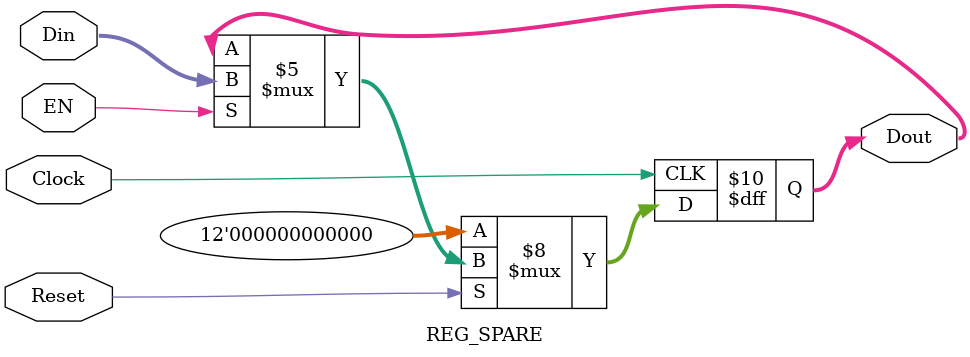
<source format=v>
`timescale	1ns/1ps

module	REG_SPARE(Dout, Din, EN, Clock, Reset)	;

output	[11:0]	Dout	;
reg	[11:0]	Dout	;

input	[11:0]	Din	;
wire	[11:0]	Din	;

input	EN	;
wire	EN	;

input	Clock, Reset	;
wire	Clock, Reset	;


always	@(posedge	Clock)
	begin
		if ( Reset == 1'b0 )
			begin
				Dout <= 12'b0000_0000_0000	;
			end
		else if ( EN == 1'b1 )
			begin
				Dout <= Din	;
			end
		else
			begin
				Dout <= Dout	;
			end
	end

endmodule

</source>
